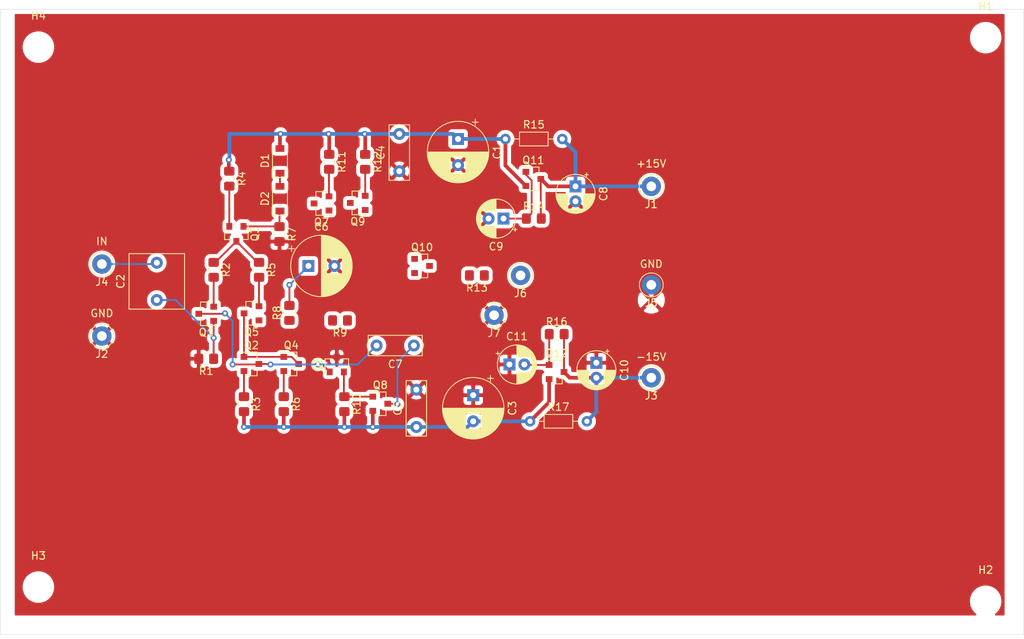
<source format=kicad_pcb>
(kicad_pcb (version 20171130) (host pcbnew "(5.1.7-0-10_14)")
  (layers (0 F.Cu signal) (31 B.Cu signal) (34 B.Paste user) (35 F.Paste user) (36 B.SilkS user) (37 F.SilkS user) (38 B.Mask user) (39 F.Mask user) (44 Edge.Cuts user))
  (net 0 "")
  (net 1 GND)
  (net 2 +15V)
  (net 3 "Net-(C2-Pad2)")
  (net 4 "Net-(C2-Pad1)")
  (net 5 -15V)
  (net 6 "Net-(C6-Pad1)")
  (net 7 "Net-(C7-Pad2)")
  (net 8 "Net-(C7-Pad1)")
  (net 9 "Net-(C8-Pad1)")
  (net 10 "Net-(C9-Pad1)")
  (net 11 "Net-(C10-Pad2)")
  (net 12 "Net-(C11-Pad2)")
  (net 13 "Net-(D1-Pad1)")
  (net 14 "Net-(D2-Pad1)")
  (net 15 "Net-(J6-Pad1)")
  (net 16 "Net-(Q1-Pad2)")
  (net 17 "Net-(Q2-Pad2)")
  (net 18 "Net-(Q2-Pad1)")
  (net 19 "Net-(Q3-Pad3)")
  (net 20 "Net-(Q3-Pad2)")
  (net 21 "Net-(Q4-Pad2)")
  (net 22 "Net-(Q5-Pad2)")
  (net 23 "Net-(Q5-Pad1)")
  (net 24 "Net-(Q6-Pad2)")
  (net 25 "Net-(Q7-Pad2)")
  (net 26 "Net-(Q10-Pad2)")
  (net 27 "Net-(Q9-Pad2)")
  (module Resistor_SMD:R_0805_2012Metric_Pad1.20x1.40mm_HandSolder (layer F.Cu) (at 139.97 132.588 180)
    (fp_text reference R1 (at 0 -1.65) (layer F.SilkS))
    (fp_text value 22k)
    (pad 2 smd roundrect (at 1 0 180) (size 1.2 1.4) (layers F.Cu F.Paste F.Mask) (roundrect_rratio 0.208333) (net 1 GND))
    (pad 1 smd roundrect (at -1 0 180) (size 1.2 1.4) (layers F.Cu F.Paste F.Mask) (roundrect_rratio 0.208333) (net 4 "Net-(C2-Pad1)"))
  )
  (module Resistor_THT:R_Axial_DIN0204_L3.6mm_D1.6mm_P7.62mm_Horizontal (layer F.Cu) (at 183.388 140.97)
    (fp_text reference R17 (at 3.81 -1.92) (layer F.SilkS))
    (fp_text value 0R)
    (pad 2 thru_hole oval (at 7.62 0) (size 1.4 1.4) (drill 0.7) (layers *.Cu *.Mask) (net 11 "Net-(C10-Pad2)"))
    (pad 1 thru_hole circle (at 0 0) (size 1.4 1.4) (drill 0.7) (layers *.Cu *.Mask) (net 5 -15V))
  )
  (module Resistor_SMD:R_0805_2012Metric_Pad1.20x1.40mm_HandSolder (layer F.Cu) (at 186.96 129.286)
    (fp_text reference R16 (at 0 -1.65) (layer F.SilkS))
    (fp_text value 22k)
    (pad 2 smd roundrect (at 1 0) (size 1.2 1.4) (layers F.Cu F.Paste F.Mask) (roundrect_rratio 0.208333) (net 11 "Net-(C10-Pad2)"))
    (pad 1 smd roundrect (at -1 0) (size 1.2 1.4) (layers F.Cu F.Paste F.Mask) (roundrect_rratio 0.208333) (net 12 "Net-(C11-Pad2)"))
  )
  (module Resistor_THT:R_Axial_DIN0204_L3.6mm_D1.6mm_P7.62mm_Horizontal (layer F.Cu) (at 180.086 103.124)
    (fp_text reference R15 (at 3.81 -1.92) (layer F.SilkS))
    (fp_text value 0R)
    (pad 2 thru_hole oval (at 7.62 0) (size 1.4 1.4) (drill 0.7) (layers *.Cu *.Mask) (net 9 "Net-(C8-Pad1)"))
    (pad 1 thru_hole circle (at 0 0) (size 1.4 1.4) (drill 0.7) (layers *.Cu *.Mask) (net 2 +15V))
  )
  (module Resistor_SMD:R_0805_2012Metric_Pad1.20x1.40mm_HandSolder (layer F.Cu) (at 183.896 113.792)
    (fp_text reference R14 (at 0 -1.65) (layer F.SilkS))
    (fp_text value 22k)
    (pad 2 smd roundrect (at 1 0) (size 1.2 1.4) (layers F.Cu F.Paste F.Mask) (roundrect_rratio 0.208333) (net 9 "Net-(C8-Pad1)"))
    (pad 1 smd roundrect (at -1 0) (size 1.2 1.4) (layers F.Cu F.Paste F.Mask) (roundrect_rratio 0.208333) (net 10 "Net-(C9-Pad1)"))
  )
  (module Resistor_SMD:R_0805_2012Metric_Pad1.20x1.40mm_HandSolder (layer F.Cu) (at 176.26 121.412 180)
    (fp_text reference R13 (at 0 -1.65) (layer F.SilkS))
    (fp_text value 47R)
    (pad 2 smd roundrect (at 1 0 180) (size 1.2 1.4) (layers F.Cu F.Paste F.Mask) (roundrect_rratio 0.208333) (net 26 "Net-(Q10-Pad2)"))
    (pad 1 smd roundrect (at -1 0 180) (size 1.2 1.4) (layers F.Cu F.Paste F.Mask) (roundrect_rratio 0.208333) (net 15 "Net-(J6-Pad1)"))
  )
  (module Resistor_SMD:R_0805_2012Metric_Pad1.20x1.40mm_HandSolder (layer F.Cu) (at 161.29 106.188 270)
    (fp_text reference R12 (at 0 -1.65 90) (layer F.SilkS))
    (fp_text value 100R)
    (pad 2 smd roundrect (at 1 0 270) (size 1.2 1.4) (layers F.Cu F.Paste F.Mask) (roundrect_rratio 0.208333) (net 27 "Net-(Q9-Pad2)"))
    (pad 1 smd roundrect (at -1 0 270) (size 1.2 1.4) (layers F.Cu F.Paste F.Mask) (roundrect_rratio 0.208333) (net 2 +15V))
  )
  (module Resistor_SMD:R_0805_2012Metric_Pad1.20x1.40mm_HandSolder (layer F.Cu) (at 156.464 106.188 270)
    (fp_text reference R11 (at 0 -1.65 90) (layer F.SilkS))
    (fp_text value 100R)
    (pad 2 smd roundrect (at 1 0 270) (size 1.2 1.4) (layers F.Cu F.Paste F.Mask) (roundrect_rratio 0.208333) (net 25 "Net-(Q7-Pad2)"))
    (pad 1 smd roundrect (at -1 0 270) (size 1.2 1.4) (layers F.Cu F.Paste F.Mask) (roundrect_rratio 0.208333) (net 2 +15V))
  )
  (module Resistor_SMD:R_0805_2012Metric_Pad1.20x1.40mm_HandSolder (layer F.Cu) (at 158.496 138.668 270)
    (fp_text reference R10 (at 0 -1.65 90) (layer F.SilkS))
    (fp_text value 2k2)
    (pad 2 smd roundrect (at 1 0 270) (size 1.2 1.4) (layers F.Cu F.Paste F.Mask) (roundrect_rratio 0.208333) (net 5 -15V))
    (pad 1 smd roundrect (at -1 0 270) (size 1.2 1.4) (layers F.Cu F.Paste F.Mask) (roundrect_rratio 0.208333) (net 24 "Net-(Q6-Pad2)"))
  )
  (module Resistor_SMD:R_0805_2012Metric_Pad1.20x1.40mm_HandSolder (layer F.Cu) (at 157.9085 127.4445 180)
    (fp_text reference R9 (at 0 -1.65) (layer F.SilkS))
    (fp_text value 22k)
    (pad 2 smd roundrect (at 1 0 180) (size 1.2 1.4) (layers F.Cu F.Paste F.Mask) (roundrect_rratio 0.208333) (net 23 "Net-(Q5-Pad1)"))
    (pad 1 smd roundrect (at -1 0 180) (size 1.2 1.4) (layers F.Cu F.Paste F.Mask) (roundrect_rratio 0.208333) (net 26 "Net-(Q10-Pad2)"))
  )
  (module Resistor_SMD:R_0805_2012Metric_Pad1.20x1.40mm_HandSolder (layer F.Cu) (at 151.13 126.4445 90)
    (fp_text reference R8 (at 0 -1.65 90) (layer F.SilkS))
    (fp_text value 10k)
    (pad 2 smd roundrect (at 1 0 90) (size 1.2 1.4) (layers F.Cu F.Paste F.Mask) (roundrect_rratio 0.208333) (net 6 "Net-(C6-Pad1)"))
    (pad 1 smd roundrect (at -1 0 90) (size 1.2 1.4) (layers F.Cu F.Paste F.Mask) (roundrect_rratio 0.208333) (net 23 "Net-(Q5-Pad1)"))
  )
  (module Resistor_SMD:R_0805_2012Metric_Pad1.20x1.40mm_HandSolder (layer F.Cu) (at 149.7965 115.8715 270)
    (fp_text reference R7 (at 0 -1.65 90) (layer F.SilkS))
    (fp_text value 22k)
    (pad 2 smd roundrect (at 1 0 270) (size 1.2 1.4) (layers F.Cu F.Paste F.Mask) (roundrect_rratio 0.208333) (net 1 GND))
    (pad 1 smd roundrect (at -1 0 270) (size 1.2 1.4) (layers F.Cu F.Paste F.Mask) (roundrect_rratio 0.208333) (net 14 "Net-(D2-Pad1)"))
  )
  (module Resistor_SMD:R_0805_2012Metric_Pad1.20x1.40mm_HandSolder (layer F.Cu) (at 150.368 138.668 270)
    (fp_text reference R6 (at 0 -1.65 90) (layer F.SilkS))
    (fp_text value 68)
    (pad 2 smd roundrect (at 1 0 270) (size 1.2 1.4) (layers F.Cu F.Paste F.Mask) (roundrect_rratio 0.208333) (net 5 -15V))
    (pad 1 smd roundrect (at -1 0 270) (size 1.2 1.4) (layers F.Cu F.Paste F.Mask) (roundrect_rratio 0.208333) (net 21 "Net-(Q4-Pad2)"))
  )
  (module Resistor_SMD:R_0805_2012Metric_Pad1.20x1.40mm_HandSolder (layer F.Cu) (at 147.066 120.666 270)
    (fp_text reference R5 (at 0 -1.65 90) (layer F.SilkS))
    (fp_text value 100R)
    (pad 2 smd roundrect (at 1 0 270) (size 1.2 1.4) (layers F.Cu F.Paste F.Mask) (roundrect_rratio 0.208333) (net 22 "Net-(Q5-Pad2)"))
    (pad 1 smd roundrect (at -1 0 270) (size 1.2 1.4) (layers F.Cu F.Paste F.Mask) (roundrect_rratio 0.208333) (net 19 "Net-(Q3-Pad3)"))
  )
  (module Resistor_SMD:R_0805_2012Metric_Pad1.20x1.40mm_HandSolder (layer F.Cu) (at 143.0655 108.442 270)
    (fp_text reference R4 (at 0 -1.65 90) (layer F.SilkS))
    (fp_text value 150R)
    (pad 2 smd roundrect (at 1 0 270) (size 1.2 1.4) (layers F.Cu F.Paste F.Mask) (roundrect_rratio 0.208333) (net 20 "Net-(Q3-Pad2)"))
    (pad 1 smd roundrect (at -1 0 270) (size 1.2 1.4) (layers F.Cu F.Paste F.Mask) (roundrect_rratio 0.208333) (net 2 +15V))
  )
  (module Resistor_SMD:R_0805_2012Metric_Pad1.20x1.40mm_HandSolder (layer F.Cu) (at 145.034 138.668 270)
    (fp_text reference R3 (at 0 -1.65 90) (layer F.SilkS))
    (fp_text value 68)
    (pad 2 smd roundrect (at 1 0 270) (size 1.2 1.4) (layers F.Cu F.Paste F.Mask) (roundrect_rratio 0.208333) (net 5 -15V))
    (pad 1 smd roundrect (at -1 0 270) (size 1.2 1.4) (layers F.Cu F.Paste F.Mask) (roundrect_rratio 0.208333) (net 17 "Net-(Q2-Pad2)"))
  )
  (module Resistor_SMD:R_0805_2012Metric_Pad1.20x1.40mm_HandSolder (layer F.Cu) (at 140.97 120.666 270)
    (fp_text reference R2 (at 0 -1.65 90) (layer F.SilkS))
    (fp_text value 100R)
    (pad 2 smd roundrect (at 1 0 270) (size 1.2 1.4) (layers F.Cu F.Paste F.Mask) (roundrect_rratio 0.208333) (net 16 "Net-(Q1-Pad2)"))
    (pad 1 smd roundrect (at -1 0 270) (size 1.2 1.4) (layers F.Cu F.Paste F.Mask) (roundrect_rratio 0.208333) (net 19 "Net-(Q3-Pad3)"))
  )
  (module Package_TO_SOT_SMD:SOT-23 (layer F.Cu) (at 186.944 134.366)
    (fp_text reference Q12 (at 0 -2.5) (layer F.SilkS))
    (fp_text value BC860C)
    (pad 3 smd rect (at 1 0) (size 0.9 0.8) (layers F.Cu F.Paste F.Mask) (net 11 "Net-(C10-Pad2)"))
    (pad 2 smd rect (at -1 0.95) (size 0.9 0.8) (layers F.Cu F.Paste F.Mask) (net 5 -15V))
    (pad 1 smd rect (at -1 -0.95) (size 0.9 0.8) (layers F.Cu F.Paste F.Mask) (net 12 "Net-(C11-Pad2)"))
  )
  (module Package_TO_SOT_SMD:SOT-23 (layer F.Cu) (at 183.83 108.474)
    (fp_text reference Q11 (at 0 -2.5) (layer F.SilkS))
    (fp_text value BC850C)
    (pad 3 smd rect (at 1 0) (size 0.9 0.8) (layers F.Cu F.Paste F.Mask) (net 9 "Net-(C8-Pad1)"))
    (pad 2 smd rect (at -1 0.95) (size 0.9 0.8) (layers F.Cu F.Paste F.Mask) (net 2 +15V))
    (pad 1 smd rect (at -1 -0.95) (size 0.9 0.8) (layers F.Cu F.Paste F.Mask) (net 10 "Net-(C9-Pad1)"))
  )
  (module Package_TO_SOT_SMD:SOT-23 (layer F.Cu) (at 168.91 120.142)
    (fp_text reference Q10 (at 0 -2.5) (layer F.SilkS))
    (fp_text value BC860C)
    (pad 3 smd rect (at 1 0) (size 0.9 0.8) (layers F.Cu F.Paste F.Mask) (net 5 -15V))
    (pad 2 smd rect (at -1 0.95) (size 0.9 0.8) (layers F.Cu F.Paste F.Mask) (net 26 "Net-(Q10-Pad2)"))
    (pad 1 smd rect (at -1 -0.95) (size 0.9 0.8) (layers F.Cu F.Paste F.Mask) (net 8 "Net-(C7-Pad1)"))
  )
  (module Package_TO_SOT_SMD:SOT-23 (layer F.Cu) (at 160.29 111.694 180)
    (fp_text reference Q9 (at 0 -2.5) (layer F.SilkS))
    (fp_text value BC860C)
    (pad 1 smd rect (at -1 -0.95 180) (size 0.9 0.8) (layers F.Cu F.Paste F.Mask) (net 14 "Net-(D2-Pad1)"))
    (pad 2 smd rect (at -1 0.95 180) (size 0.9 0.8) (layers F.Cu F.Paste F.Mask) (net 27 "Net-(Q9-Pad2)"))
    (pad 3 smd rect (at 1 0 180) (size 0.9 0.8) (layers F.Cu F.Paste F.Mask) (net 26 "Net-(Q10-Pad2)"))
  )
  (module Package_TO_SOT_SMD:SOT-23 (layer F.Cu) (at 163.306 138.618)
    (fp_text reference Q8 (at 0 -2.5) (layer F.SilkS))
    (fp_text value BC850C)
    (pad 3 smd rect (at 1 0) (size 0.9 0.8) (layers F.Cu F.Paste F.Mask) (net 8 "Net-(C7-Pad1)"))
    (pad 2 smd rect (at -1 0.95) (size 0.9 0.8) (layers F.Cu F.Paste F.Mask) (net 5 -15V))
    (pad 1 smd rect (at -1 -0.95) (size 0.9 0.8) (layers F.Cu F.Paste F.Mask) (net 24 "Net-(Q6-Pad2)"))
  )
  (module Package_TO_SOT_SMD:SOT-23 (layer F.Cu) (at 155.432 111.76 180)
    (fp_text reference Q7 (at 0 -2.5) (layer F.SilkS))
    (fp_text value BC860C)
    (pad 3 smd rect (at 1 0 180) (size 0.9 0.8) (layers F.Cu F.Paste F.Mask) (net 8 "Net-(C7-Pad1)"))
    (pad 2 smd rect (at -1 0.95 180) (size 0.9 0.8) (layers F.Cu F.Paste F.Mask) (net 25 "Net-(Q7-Pad2)"))
    (pad 1 smd rect (at -1 -0.95 180) (size 0.9 0.8) (layers F.Cu F.Paste F.Mask) (net 14 "Net-(D2-Pad1)"))
  )
  (module Package_TO_SOT_SMD:SOT-23 (layer F.Cu) (at 157.48 133.35 90)
    (fp_text reference Q6 (at 0 -2.5 90) (layer F.SilkS))
    (fp_text value BC850C)
    (pad 3 smd rect (at 1 0 90) (size 0.9 0.8) (layers F.Cu F.Paste F.Mask) (net 1 GND))
    (pad 2 smd rect (at -1 0.95 90) (size 0.9 0.8) (layers F.Cu F.Paste F.Mask) (net 24 "Net-(Q6-Pad2)"))
    (pad 1 smd rect (at -1 -0.95 90) (size 0.9 0.8) (layers F.Cu F.Paste F.Mask) (net 7 "Net-(C7-Pad2)"))
  )
  (module Package_TO_SOT_SMD:SOT-23 (layer F.Cu) (at 146.05 126.492 180)
    (fp_text reference Q5 (at 0 -2.5) (layer F.SilkS))
    (fp_text value BC860C)
    (pad 3 smd rect (at 1 0 180) (size 0.9 0.8) (layers F.Cu F.Paste F.Mask) (net 18 "Net-(Q2-Pad1)"))
    (pad 2 smd rect (at -1 0.95 180) (size 0.9 0.8) (layers F.Cu F.Paste F.Mask) (net 22 "Net-(Q5-Pad2)"))
    (pad 1 smd rect (at -1 -0.95 180) (size 0.9 0.8) (layers F.Cu F.Paste F.Mask) (net 23 "Net-(Q5-Pad1)"))
  )
  (module Package_TO_SOT_SMD:SOT-23 (layer F.Cu) (at 151.368 133.284)
    (fp_text reference Q4 (at 0 -2.5) (layer F.SilkS))
    (fp_text value BC850C)
    (pad 3 smd rect (at 1 0) (size 0.9 0.8) (layers F.Cu F.Paste F.Mask) (net 18 "Net-(Q2-Pad1)"))
    (pad 2 smd rect (at -1 0.95) (size 0.9 0.8) (layers F.Cu F.Paste F.Mask) (net 21 "Net-(Q4-Pad2)"))
    (pad 1 smd rect (at -1 -0.95) (size 0.9 0.8) (layers F.Cu F.Paste F.Mask) (net 18 "Net-(Q2-Pad1)"))
  )
  (module Package_TO_SOT_SMD:SOT-23 (layer F.Cu) (at 144.018 115.84 270)
    (fp_text reference Q3 (at 0 -2.5 90) (layer F.SilkS))
    (fp_text value BC860C)
    (pad 3 smd rect (at 1 0 270) (size 0.9 0.8) (layers F.Cu F.Paste F.Mask) (net 19 "Net-(Q3-Pad3)"))
    (pad 2 smd rect (at -1 0.95 270) (size 0.9 0.8) (layers F.Cu F.Paste F.Mask) (net 20 "Net-(Q3-Pad2)"))
    (pad 1 smd rect (at -1 -0.95 270) (size 0.9 0.8) (layers F.Cu F.Paste F.Mask) (net 14 "Net-(D2-Pad1)"))
  )
  (module Package_TO_SOT_SMD:SOT-23 (layer F.Cu) (at 146.034 133.284)
    (fp_text reference Q2 (at 0 -2.5) (layer F.SilkS))
    (fp_text value BC850C)
    (pad 3 smd rect (at 1 0) (size 0.9 0.8) (layers F.Cu F.Paste F.Mask) (net 7 "Net-(C7-Pad2)"))
    (pad 2 smd rect (at -1 0.95) (size 0.9 0.8) (layers F.Cu F.Paste F.Mask) (net 17 "Net-(Q2-Pad2)"))
    (pad 1 smd rect (at -1 -0.95) (size 0.9 0.8) (layers F.Cu F.Paste F.Mask) (net 18 "Net-(Q2-Pad1)"))
  )
  (module Package_TO_SOT_SMD:SOT-23 (layer F.Cu) (at 139.97 126.558 180)
    (fp_text reference Q1 (at 0 -2.5) (layer F.SilkS))
    (fp_text value BC860C)
    (pad 3 smd rect (at 1 0 180) (size 0.9 0.8) (layers F.Cu F.Paste F.Mask) (net 7 "Net-(C7-Pad2)"))
    (pad 2 smd rect (at -1 0.95 180) (size 0.9 0.8) (layers F.Cu F.Paste F.Mask) (net 16 "Net-(Q1-Pad2)"))
    (pad 1 smd rect (at -1 -0.95 180) (size 0.9 0.8) (layers F.Cu F.Paste F.Mask) (net 4 "Net-(C2-Pad1)"))
  )
  (module Connector_Pin:Pin_D1.3mm_L11.0mm (layer F.Cu) (at 178.562 126.746)
    (fp_text reference J7 (at 0 2.4) (layer F.SilkS))
    (fp_text value Conn_01x01)
    (pad 1 thru_hole circle (at 0 0) (size 2.6 2.6) (drill 1.3) (layers *.Cu *.Mask) (net 1 GND))
  )
  (module Connector_Pin:Pin_D1.3mm_L11.0mm (layer F.Cu) (at 182.118 121.412)
    (fp_text reference J6 (at 0 2.4) (layer F.SilkS))
    (fp_text value Conn_01x01)
    (pad 1 thru_hole circle (at 0 0) (size 2.6 2.6) (drill 1.3) (layers *.Cu *.Mask) (net 15 "Net-(J6-Pad1)"))
  )
  (module Connector_Pin:Pin_D1.3mm_L11.0mm (layer F.Cu) (at 199.644 122.682)
    (fp_text reference J5 (at 0 2.4) (layer F.SilkS))
    (fp_text value Conn_01x01)
    (pad 1 thru_hole circle (at 0 0) (size 2.6 2.6) (drill 1.3) (layers *.Cu *.Mask) (net 1 GND))
  )
  (module Connector_Pin:Pin_D1.3mm_L11.0mm (layer F.Cu) (at 125.984 119.888)
    (fp_text reference J4 (at 0 2.4) (layer F.SilkS))
    (fp_text value Conn_01x01)
    (pad 1 thru_hole circle (at 0 0) (size 2.6 2.6) (drill 1.3) (layers *.Cu *.Mask) (net 3 "Net-(C2-Pad2)"))
  )
  (module Connector_Pin:Pin_D1.3mm_L11.0mm (layer F.Cu) (at 199.644 135.128)
    (fp_text reference J3 (at 0 2.4) (layer F.SilkS))
    (fp_text value Conn_01x01)
    (pad 1 thru_hole circle (at 0 0) (size 2.6 2.6) (drill 1.3) (layers *.Cu *.Mask) (net 11 "Net-(C10-Pad2)"))
  )
  (module Connector_Pin:Pin_D1.3mm_L11.0mm (layer F.Cu) (at 125.984 129.54)
    (fp_text reference J2 (at 0 2.4) (layer F.SilkS))
    (fp_text value Conn_01x01)
    (pad 1 thru_hole circle (at 0 0) (size 2.6 2.6) (drill 1.3) (layers *.Cu *.Mask) (net 1 GND))
  )
  (module Connector_Pin:Pin_D1.3mm_L11.0mm (layer F.Cu) (at 199.644 109.474)
    (fp_text reference J1 (at 0 2.4) (layer F.SilkS))
    (fp_text value Conn_01x01)
    (pad 1 thru_hole circle (at 0 0) (size 2.6 2.6) (drill 1.3) (layers *.Cu *.Mask) (net 9 "Net-(C8-Pad1)"))
  )
  (module MountingHole:MountingHole_3.2mm_M3 (layer F.Cu) (at 117.475 90.805)
    (fp_text reference H4 (at 0 -4.2) (layer F.SilkS))
    (fp_text value MountingHole)
    (pad 1 np_thru_hole circle (at 0 0) (size 3.2 3.2) (drill 3.2) (layers *.Cu *.Mask))
  )
  (module MountingHole:MountingHole_3.2mm_M3 (layer F.Cu) (at 117.475 163.195)
    (fp_text reference H3 (at 0 -4.2) (layer F.SilkS))
    (fp_text value MountingHole)
    (pad 1 np_thru_hole circle (at 0 0) (size 3.2 3.2) (drill 3.2) (layers *.Cu *.Mask))
  )
  (module MountingHole:MountingHole_3.2mm_M3 (layer F.Cu) (at 244.475 165.1)
    (fp_text reference H2 (at 0 -4.2) (layer F.SilkS))
    (fp_text value MountingHole)
    (pad 1 np_thru_hole circle (at 0 0) (size 3.2 3.2) (drill 3.2) (layers *.Cu *.Mask))
  )
  (module MountingHole:MountingHole_3.2mm_M3 (layer F.Cu) (at 244.475 89.535)
    (fp_text reference H1 (at 0 -4.2) (layer F.SilkS))
    (fp_text value MountingHole)
    (pad 1 np_thru_hole circle (at 0 0) (size 3.2 3.2) (drill 3.2) (layers *.Cu *.Mask))
  )
  (module Diode_SMD:D_SOD-123 (layer F.Cu) (at 149.86 111.126 90)
    (fp_text reference D2 (at 0 -2 90) (layer F.SilkS))
    (fp_text value 1N4148W)
    (pad 2 smd rect (at 1.65 0 90) (size 0.9 1.2) (layers F.Cu F.Paste F.Mask) (net 13 "Net-(D1-Pad1)"))
    (pad 1 smd rect (at -1.65 0 90) (size 0.9 1.2) (layers F.Cu F.Paste F.Mask) (net 14 "Net-(D2-Pad1)"))
  )
  (module Diode_SMD:D_SOD-123 (layer F.Cu) (at 149.86 106.046 90)
    (fp_text reference D1 (at 0 -2 90) (layer F.SilkS))
    (fp_text value 1N4148W)
    (pad 2 smd rect (at 1.65 0 90) (size 0.9 1.2) (layers F.Cu F.Paste F.Mask) (net 2 +15V))
    (pad 1 smd rect (at -1.65 0 90) (size 0.9 1.2) (layers F.Cu F.Paste F.Mask) (net 13 "Net-(D1-Pad1)"))
  )
  (module Capacitor_THT:CP_Radial_D5.0mm_P2.00mm (layer F.Cu) (at 180.626 133.35)
    (fp_text reference C11 (at 1 -3.75) (layer F.SilkS))
    (fp_text value 4.7uF)
    (pad 2 thru_hole circle (at 2 0) (size 1.6 1.6) (drill 0.8) (layers *.Cu *.Mask) (net 12 "Net-(C11-Pad2)"))
    (pad 1 thru_hole rect (at 0 0) (size 1.6 1.6) (drill 0.8) (layers *.Cu *.Mask) (net 1 GND))
  )
  (module Capacitor_THT:CP_Radial_D5.0mm_P2.00mm (layer F.Cu) (at 192.278 133.128 270)
    (fp_text reference C10 (at 1 -3.75 90) (layer F.SilkS))
    (fp_text value 4.7uF)
    (pad 2 thru_hole circle (at 2 0 270) (size 1.6 1.6) (drill 0.8) (layers *.Cu *.Mask) (net 11 "Net-(C10-Pad2)"))
    (pad 1 thru_hole rect (at 0 0 270) (size 1.6 1.6) (drill 0.8) (layers *.Cu *.Mask) (net 1 GND))
  )
  (module Capacitor_THT:CP_Radial_D5.0mm_P2.00mm (layer F.Cu) (at 179.832 113.792 180)
    (fp_text reference C9 (at 1 -3.75) (layer F.SilkS))
    (fp_text value 4.7uF)
    (pad 2 thru_hole circle (at 2 0 180) (size 1.6 1.6) (drill 0.8) (layers *.Cu *.Mask) (net 1 GND))
    (pad 1 thru_hole rect (at 0 0 180) (size 1.6 1.6) (drill 0.8) (layers *.Cu *.Mask) (net 10 "Net-(C9-Pad1)"))
  )
  (module Capacitor_THT:CP_Radial_D5.0mm_P2.00mm (layer F.Cu) (at 189.484 109.474 270)
    (fp_text reference C8 (at 1 -3.75 90) (layer F.SilkS))
    (fp_text value 4.7uF)
    (pad 2 thru_hole circle (at 2 0 270) (size 1.6 1.6) (drill 0.8) (layers *.Cu *.Mask) (net 1 GND))
    (pad 1 thru_hole rect (at 0 0 270) (size 1.6 1.6) (drill 0.8) (layers *.Cu *.Mask) (net 9 "Net-(C8-Pad1)"))
  )
  (module Capacitor_THT:C_Disc_D7.0mm_W2.5mm_P5.00mm (layer F.Cu) (at 167.814 130.81 180)
    (fp_text reference C7 (at 2.5 -2.5) (layer F.SilkS))
    (fp_text value 15pF)
    (pad 2 thru_hole circle (at 5 0 180) (size 1.6 1.6) (drill 0.8) (layers *.Cu *.Mask) (net 7 "Net-(C7-Pad2)"))
    (pad 1 thru_hole circle (at 0 0 180) (size 1.6 1.6) (drill 0.8) (layers *.Cu *.Mask) (net 8 "Net-(C7-Pad1)"))
  )
  (module Capacitor_THT:CP_Radial_D8.0mm_P3.50mm (layer F.Cu) (at 153.67 120.142)
    (fp_text reference C6 (at 1.75 -5.25) (layer F.SilkS))
    (fp_text value 100uF)
    (pad 2 thru_hole circle (at 3.5 0) (size 1.6 1.6) (drill 0.8) (layers *.Cu *.Mask) (net 1 GND))
    (pad 1 thru_hole rect (at 0 0) (size 1.6 1.6) (drill 0.8) (layers *.Cu *.Mask) (net 6 "Net-(C6-Pad1)"))
  )
  (module Capacitor_THT:C_Rect_L7.2mm_W2.5mm_P5.00mm_FKS2_FKP2_MKS2_MKP2 (layer F.Cu) (at 168.148 141.732 90)
    (fp_text reference C5 (at 2.5 -2.5 90) (layer F.SilkS))
    (fp_text value 100nF)
    (pad 2 thru_hole circle (at 5 0 90) (size 1.6 1.6) (drill 0.8) (layers *.Cu *.Mask) (net 1 GND))
    (pad 1 thru_hole circle (at 0 0 90) (size 1.6 1.6) (drill 0.8) (layers *.Cu *.Mask) (net 5 -15V))
  )
  (module Capacitor_THT:C_Rect_L7.2mm_W2.5mm_P5.00mm_FKS2_FKP2_MKS2_MKP2 (layer F.Cu) (at 165.862 107.442 90)
    (fp_text reference C4 (at 2.5 -2.5 90) (layer F.SilkS))
    (fp_text value 100nF)
    (pad 2 thru_hole circle (at 5 0 90) (size 1.6 1.6) (drill 0.8) (layers *.Cu *.Mask) (net 2 +15V))
    (pad 1 thru_hole circle (at 0 0 90) (size 1.6 1.6) (drill 0.8) (layers *.Cu *.Mask) (net 1 GND))
  )
  (module Capacitor_THT:CP_Radial_D8.0mm_P3.50mm (layer F.Cu) (at 175.768 137.47 270)
    (fp_text reference C3 (at 1.75 -5.25 90) (layer F.SilkS))
    (fp_text value 100uF)
    (pad 2 thru_hole circle (at 3.5 0 270) (size 1.6 1.6) (drill 0.8) (layers *.Cu *.Mask) (net 5 -15V))
    (pad 1 thru_hole rect (at 0 0 270) (size 1.6 1.6) (drill 0.8) (layers *.Cu *.Mask) (net 1 GND))
  )
  (module Capacitor_THT:C_Rect_L7.2mm_W7.2mm_P5.00mm_FKS2_FKP2_MKS2_MKP2 (layer F.Cu) (at 133.35 124.714 90)
    (fp_text reference C2 (at 2.5 -4.85 90) (layer F.SilkS))
    (fp_text value 2.2uF)
    (pad 2 thru_hole circle (at 5 0 90) (size 1.6 1.6) (drill 0.8) (layers *.Cu *.Mask) (net 3 "Net-(C2-Pad2)"))
    (pad 1 thru_hole circle (at 0 0 90) (size 1.6 1.6) (drill 0.8) (layers *.Cu *.Mask) (net 4 "Net-(C2-Pad1)"))
  )
  (module Capacitor_THT:CP_Radial_D8.0mm_P3.50mm (layer F.Cu) (at 173.736 103.124 270)
    (fp_text reference C1 (at 1.75 -5.25 90) (layer F.SilkS))
    (fp_text value 100uF)
    (pad 2 thru_hole circle (at 3.5 0 270) (size 1.6 1.6) (drill 0.8) (layers *.Cu *.Mask) (net 1 GND))
    (pad 1 thru_hole rect (at 0 0 270) (size 1.6 1.6) (drill 0.8) (layers *.Cu *.Mask) (net 2 +15V))
  )
  (gr_text GND (at 125.984 126.492) (layer F.SilkS) (effects (font (size 1 1))))
  (gr_text IN (at 125.984 116.84) (layer F.SilkS) (effects (font (size 1 1))))
  (gr_text GND (at 199.644 119.888) (layer F.SilkS) (effects (font (size 1 1))))
  (gr_text -15V (at 199.644 132.334) (layer F.SilkS) (effects (font (size 1 1))))
  (gr_text +15V (at 199.644 106.426) (layer F.SilkS) (effects (font (size 1 1))))
  (gr_line (start 112.395 85.725) (end 112.395 118.745) (layer Edge.Cuts) (width 0.05))
  (gr_line (start 249.555 85.725) (end 112.395 85.725) (layer Edge.Cuts) (width 0.05))
  (gr_line (start 249.555 169.545) (end 249.555 85.725) (layer Edge.Cuts) (width 0.05))
  (gr_line (start 112.395 169.545) (end 249.555 169.545) (layer Edge.Cuts) (width 0.05))
  (gr_line (start 112.395 118.745) (end 112.395 169.545) (layer Edge.Cuts) (width 0.05))
  (segment (start 143.0655 107.442) (end 143.0655 107.3785) (width 0.5) (layer F.Cu) (net 2))
  (segment (start 149.858 104.394) (end 149.86 104.396) (width 0.5) (layer F.Cu) (net 2))
  (via (at 143.002 105.918) (size 0.8) (drill 0.4) (layers F.Cu B.Cu) (net 2))
  (segment (start 143.082 105.838) (end 143.002 105.918) (width 0.5) (layer B.Cu) (net 2))
  (segment (start 143.082 102.442) (end 143.082 105.838) (width 0.5) (layer B.Cu) (net 2))
  (segment (start 143.002 107.3785) (end 143.0655 107.442) (width 0.5) (layer F.Cu) (net 2))
  (segment (start 143.002 105.918) (end 143.002 107.3785) (width 0.5) (layer F.Cu) (net 2))
  (via (at 149.94 102.442) (size 0.8) (drill 0.4) (layers F.Cu B.Cu) (net 2))
  (segment (start 149.86 102.522) (end 149.94 102.442) (width 0.5) (layer F.Cu) (net 2))
  (segment (start 149.86 104.396) (end 149.86 102.522) (width 0.5) (layer F.Cu) (net 2))
  (segment (start 149.94 102.442) (end 143.082 102.442) (width 0.5) (layer B.Cu) (net 2))
  (via (at 156.384 102.442) (size 0.8) (drill 0.4) (layers F.Cu B.Cu) (net 2))
  (segment (start 156.464 105.188) (end 156.464 102.522) (width 0.5) (layer F.Cu) (net 2))
  (segment (start 156.384 102.442) (end 149.94 102.442) (width 0.5) (layer B.Cu) (net 2))
  (segment (start 156.464 102.522) (end 156.384 102.442) (width 0.5) (layer F.Cu) (net 2))
  (via (at 161.21 102.442) (size 0.8) (drill 0.4) (layers F.Cu B.Cu) (net 2))
  (segment (start 161.29 102.522) (end 161.21 102.442) (width 0.5) (layer F.Cu) (net 2))
  (segment (start 161.29 105.188) (end 161.29 102.522) (width 0.5) (layer F.Cu) (net 2))
  (segment (start 161.21 102.442) (end 156.384 102.442) (width 0.5) (layer B.Cu) (net 2))
  (segment (start 165.862 102.442) (end 161.21 102.442) (width 0.5) (layer B.Cu) (net 2))
  (segment (start 173.054 102.442) (end 173.736 103.124) (width 0.5) (layer B.Cu) (net 2))
  (segment (start 165.862 102.442) (end 173.054 102.442) (width 0.5) (layer B.Cu) (net 2))
  (segment (start 173.736 103.124) (end 180.086 103.124) (width 0.5) (layer B.Cu) (net 2))
  (segment (start 180.086 106.68) (end 180.086 103.124) (width 0.5) (layer F.Cu) (net 2))
  (segment (start 182.83 109.424) (end 180.086 106.68) (width 0.5) (layer F.Cu) (net 2))
  (segment (start 133.176 119.888) (end 133.35 119.714) (width 0.25) (layer B.Cu) (net 3))
  (segment (start 125.984 119.888) (end 133.176 119.888) (width 0.25) (layer B.Cu) (net 3))
  (segment (start 133.35 124.714) (end 135.89 124.714) (width 0.25) (layer B.Cu) (net 4))
  (via (at 140.97 129.794) (size 0.8) (drill 0.4) (layers F.Cu B.Cu) (net 4))
  (segment (start 135.89 124.714) (end 140.97 129.794) (width 0.25) (layer B.Cu) (net 4))
  (segment (start 140.97 129.794) (end 140.97 132.588) (width 0.25) (layer F.Cu) (net 4))
  (segment (start 140.97 127.508) (end 140.97 129.794) (width 0.25) (layer F.Cu) (net 4))
  (via (at 145.034 141.732) (size 0.8) (drill 0.4) (layers F.Cu B.Cu) (net 5))
  (segment (start 145.034 139.668) (end 145.034 141.732) (width 0.5) (layer F.Cu) (net 5))
  (segment (start 145.034 141.732) (end 150.368 141.732) (width 0.5) (layer B.Cu) (net 5))
  (via (at 150.368 141.732) (size 0.8) (drill 0.4) (layers F.Cu B.Cu) (net 5))
  (segment (start 150.368 139.668) (end 150.368 141.732) (width 0.5) (layer F.Cu) (net 5))
  (segment (start 158.496 139.668) (end 158.496 141.732) (width 0.5) (layer F.Cu) (net 5))
  (via (at 158.496 141.732) (size 0.8) (drill 0.4) (layers F.Cu B.Cu) (net 5))
  (segment (start 150.368 141.732) (end 158.496 141.732) (width 0.5) (layer B.Cu) (net 5))
  (segment (start 158.496 141.732) (end 162.306 141.732) (width 0.5) (layer B.Cu) (net 5))
  (via (at 162.306 141.732) (size 0.8) (drill 0.4) (layers F.Cu B.Cu) (net 5))
  (segment (start 162.306 141.732) (end 162.306 139.568) (width 0.5) (layer F.Cu) (net 5))
  (segment (start 162.306 141.732) (end 168.148 141.732) (width 0.5) (layer B.Cu) (net 5))
  (segment (start 175.006 141.732) (end 175.768 140.97) (width 0.5) (layer B.Cu) (net 5))
  (segment (start 168.148 141.732) (end 175.006 141.732) (width 0.5) (layer B.Cu) (net 5))
  (segment (start 175.768 140.97) (end 183.388 140.97) (width 0.5) (layer B.Cu) (net 5))
  (segment (start 185.944 138.414) (end 183.388 140.97) (width 0.5) (layer F.Cu) (net 5))
  (segment (start 185.944 135.316) (end 185.944 138.414) (width 0.5) (layer F.Cu) (net 5))
  (segment (start 153.67 120.142) (end 151.13 122.682) (width 0.25) (layer B.Cu) (net 6))
  (via (at 151.13 122.682) (size 0.8) (drill 0.4) (layers F.Cu B.Cu) (net 6))
  (segment (start 151.13 125.4445) (end 151.13 122.682) (width 0.25) (layer F.Cu) (net 6))
  (via (at 142.494 126.492) (size 0.8) (drill 0.4) (layers F.Cu B.Cu) (net 7))
  (segment (start 142.428 126.558) (end 142.494 126.492) (width 0.25) (layer F.Cu) (net 7))
  (segment (start 138.97 126.558) (end 142.428 126.558) (width 0.25) (layer F.Cu) (net 7))
  (segment (start 142.494 126.492) (end 143.51 127.508) (width 0.25) (layer B.Cu) (net 7))
  (via (at 143.51 133.35) (size 0.8) (drill 0.4) (layers F.Cu B.Cu) (net 7))
  (segment (start 143.51 127.508) (end 143.51 133.35) (width 0.25) (layer B.Cu) (net 7))
  (segment (start 146.968 133.35) (end 147.034 133.284) (width 0.25) (layer F.Cu) (net 7))
  (segment (start 143.51 133.35) (end 146.968 133.35) (width 0.25) (layer F.Cu) (net 7))
  (segment (start 148.524 133.284) (end 148.59 133.35) (width 0.25) (layer F.Cu) (net 7))
  (via (at 148.59 133.35) (size 0.8) (drill 0.4) (layers F.Cu B.Cu) (net 7))
  (segment (start 147.034 133.284) (end 148.524 133.284) (width 0.25) (layer F.Cu) (net 7))
  (segment (start 148.59 133.35) (end 154.94 133.35) (width 0.25) (layer B.Cu) (net 7))
  (via (at 154.94 133.35) (size 0.8) (drill 0.4) (layers F.Cu B.Cu) (net 7))
  (segment (start 155.53 133.35) (end 156.53 134.35) (width 0.25) (layer F.Cu) (net 7))
  (segment (start 154.94 133.35) (end 155.53 133.35) (width 0.25) (layer F.Cu) (net 7))
  (segment (start 160.274 133.35) (end 162.814 130.81) (width 0.25) (layer B.Cu) (net 7))
  (segment (start 154.94 133.35) (end 160.274 133.35) (width 0.25) (layer B.Cu) (net 7))
  (segment (start 164.306 138.618) (end 165.542 138.618) (width 0.25) (layer F.Cu) (net 8))
  (via (at 165.608 138.684) (size 0.8) (drill 0.4) (layers F.Cu B.Cu) (net 8))
  (segment (start 165.542 138.618) (end 165.608 138.684) (width 0.25) (layer F.Cu) (net 8))
  (segment (start 165.608 133.016) (end 167.814 130.81) (width 0.25) (layer B.Cu) (net 8))
  (segment (start 165.608 138.684) (end 165.608 133.016) (width 0.25) (layer B.Cu) (net 8))
  (segment (start 184.83 113.726) (end 184.896 113.792) (width 0.25) (layer F.Cu) (net 9))
  (segment (start 184.83 108.474) (end 184.83 113.726) (width 0.25) (layer F.Cu) (net 9))
  (segment (start 199.644 109.474) (end 189.484 109.474) (width 0.5) (layer B.Cu) (net 9))
  (segment (start 189.484 104.902) (end 187.706 103.124) (width 0.5) (layer B.Cu) (net 9))
  (segment (start 189.484 109.474) (end 189.484 104.902) (width 0.5) (layer B.Cu) (net 9))
  (segment (start 185.83 109.474) (end 184.83 108.474) (width 0.5) (layer F.Cu) (net 9))
  (segment (start 189.484 109.474) (end 185.83 109.474) (width 0.5) (layer F.Cu) (net 9))
  (segment (start 183.605001 113.082999) (end 182.896 113.792) (width 0.25) (layer F.Cu) (net 10))
  (segment (start 183.605001 108.684003) (end 183.605001 113.082999) (width 0.25) (layer F.Cu) (net 10))
  (segment (start 182.83 107.909002) (end 183.605001 108.684003) (width 0.25) (layer F.Cu) (net 10))
  (segment (start 182.83 107.524) (end 182.83 107.909002) (width 0.25) (layer F.Cu) (net 10))
  (segment (start 179.832 113.792) (end 182.896 113.792) (width 0.25) (layer F.Cu) (net 10))
  (segment (start 187.944 129.302) (end 187.96 129.286) (width 0.25) (layer F.Cu) (net 11))
  (segment (start 187.944 134.366) (end 187.944 129.302) (width 0.25) (layer F.Cu) (net 11))
  (segment (start 199.644 135.128) (end 192.278 135.128) (width 0.5) (layer B.Cu) (net 11))
  (segment (start 192.278 139.7) (end 191.008 140.97) (width 0.5) (layer B.Cu) (net 11))
  (segment (start 192.278 135.128) (end 192.278 139.7) (width 0.5) (layer B.Cu) (net 11))
  (segment (start 188.706 135.128) (end 187.944 134.366) (width 0.5) (layer F.Cu) (net 11))
  (segment (start 192.278 135.128) (end 188.706 135.128) (width 0.5) (layer F.Cu) (net 11))
  (segment (start 185.96 133.4) (end 185.944 133.416) (width 0.25) (layer F.Cu) (net 12))
  (segment (start 185.96 129.286) (end 185.96 133.4) (width 0.25) (layer F.Cu) (net 12))
  (segment (start 182.692 133.416) (end 182.626 133.35) (width 0.25) (layer F.Cu) (net 12))
  (segment (start 185.944 133.416) (end 182.692 133.416) (width 0.25) (layer F.Cu) (net 12))
  (segment (start 149.86 109.476) (end 149.86 107.696) (width 0.25) (layer F.Cu) (net 13))
  (segment (start 149.765 114.84) (end 149.7965 114.8715) (width 0.25) (layer F.Cu) (net 14))
  (segment (start 144.968 114.84) (end 149.765 114.84) (width 0.25) (layer F.Cu) (net 14))
  (segment (start 149.7965 112.8395) (end 149.86 112.776) (width 0.25) (layer F.Cu) (net 14))
  (segment (start 149.7965 114.8715) (end 149.7965 112.8395) (width 0.25) (layer F.Cu) (net 14))
  (segment (start 140.97 125.608) (end 140.97 121.666) (width 0.25) (layer F.Cu) (net 16))
  (segment (start 145.034 134.234) (end 145.034 137.668) (width 0.25) (layer F.Cu) (net 17))
  (segment (start 145.034 126.508) (end 145.05 126.492) (width 0.25) (layer F.Cu) (net 18))
  (segment (start 145.034 132.334) (end 145.034 126.508) (width 0.25) (layer F.Cu) (net 18))
  (segment (start 145.034 132.334) (end 150.368 132.334) (width 0.25) (layer F.Cu) (net 18))
  (segment (start 151.418 132.334) (end 152.368 133.284) (width 0.25) (layer F.Cu) (net 18))
  (segment (start 150.368 132.334) (end 151.418 132.334) (width 0.25) (layer F.Cu) (net 18))
  (segment (start 141.192 119.666) (end 144.018 116.84) (width 0.25) (layer F.Cu) (net 19))
  (segment (start 140.97 119.666) (end 141.192 119.666) (width 0.25) (layer F.Cu) (net 19))
  (segment (start 146.844 119.666) (end 144.018 116.84) (width 0.25) (layer F.Cu) (net 19))
  (segment (start 147.066 119.666) (end 146.844 119.666) (width 0.25) (layer F.Cu) (net 19))
  (segment (start 143.068 112.5245) (end 143.0655 112.522) (width 0.25) (layer F.Cu) (net 20))
  (segment (start 143.068 109.4445) (end 143.0655 109.442) (width 0.25) (layer F.Cu) (net 20))
  (segment (start 143.068 114.84) (end 143.068 109.4445) (width 0.25) (layer F.Cu) (net 20))
  (segment (start 150.368 134.234) (end 150.368 137.668) (width 0.25) (layer F.Cu) (net 21))
  (segment (start 147.05 121.682) (end 147.066 121.666) (width 0.25) (layer F.Cu) (net 22))
  (segment (start 147.05 125.542) (end 147.05 121.682) (width 0.25) (layer F.Cu) (net 22))
  (segment (start 158.43 137.602) (end 158.496 137.668) (width 0.25) (layer F.Cu) (net 24))
  (segment (start 158.43 134.35) (end 158.43 137.602) (width 0.25) (layer F.Cu) (net 24))
  (segment (start 158.496 137.668) (end 162.306 137.668) (width 0.25) (layer F.Cu) (net 24))
  (segment (start 156.432 107.22) (end 156.464 107.188) (width 0.25) (layer F.Cu) (net 25))
  (segment (start 156.432 110.81) (end 156.432 107.22) (width 0.25) (layer F.Cu) (net 25))
  (segment (start 161.29 110.744) (end 161.29 107.188) (width 0.25) (layer F.Cu) (net 27))
  (zone (net 1) (net_name GND) (layer F.Cu) (connect_pads (clearance 0.508)) (min_thickness 0.254) (fill yes (arc_segments 32) (thermal_gap 0.508) (thermal_bridge_width 0.508))
    (polygon (pts (xy 247.015 167.005) (xy 114.3 167.005) (xy 114.3 86.36) (xy 247.015 86.36)))
  )
)
</source>
